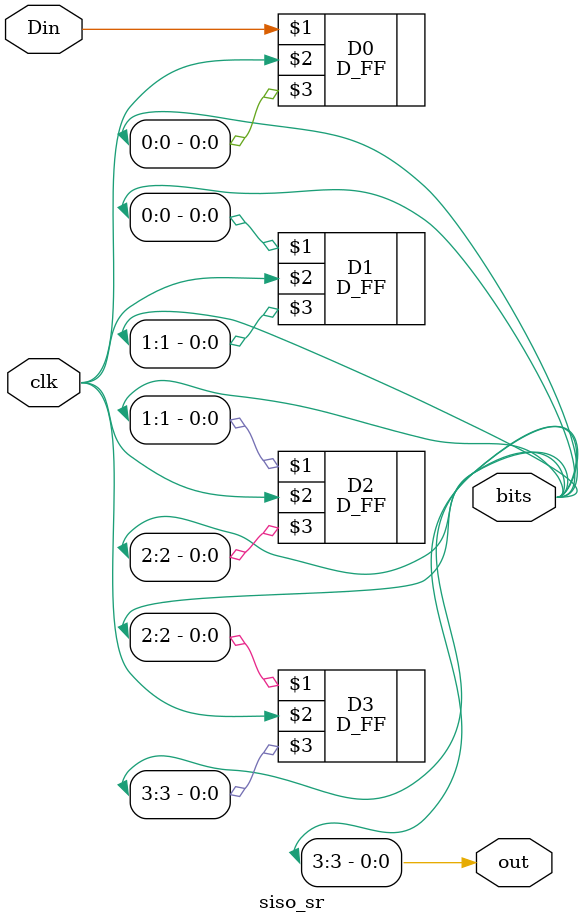
<source format=v>
module siso_sr(input Din,clk, output [3:0]bits,output out);

D_FF D0(Din,clk,bits[0]);
D_FF D1(bits[0],clk,bits[1]);
D_FF D2(bits[1],clk,bits[2]);
D_FF D3(bits[2],clk,bits[3]);

assign out = bits[3];

endmodule 








</source>
